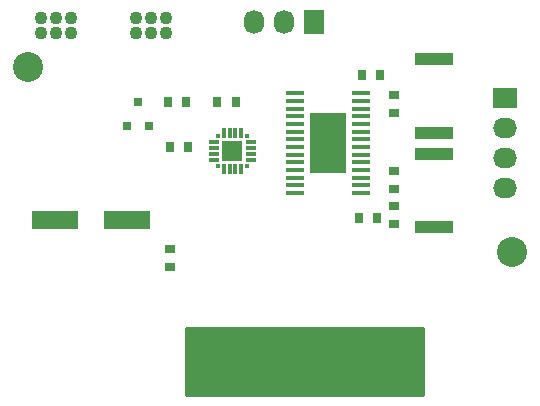
<source format=gbr>
G04 #@! TF.FileFunction,Soldermask,Bot*
%FSLAX46Y46*%
G04 Gerber Fmt 4.6, Leading zero omitted, Abs format (unit mm)*
G04 Created by KiCad (PCBNEW 4.0.6-e0-6349~53~ubuntu14.04.1) date Mon Mar 27 23:20:43 2017*
%MOMM*%
%LPD*%
G01*
G04 APERTURE LIST*
%ADD10C,0.100000*%
%ADD11R,1.550000X0.350000*%
%ADD12R,3.100000X5.180000*%
%ADD13C,0.600000*%
%ADD14C,0.650240*%
%ADD15R,0.650240X4.599940*%
%ADD16R,0.650240X3.599180*%
%ADD17R,2.032000X1.727200*%
%ADD18O,2.032000X1.727200*%
%ADD19R,0.350000X0.350000*%
%ADD20R,0.900000X0.300000*%
%ADD21R,0.300000X0.900000*%
%ADD22R,1.800000X1.800000*%
%ADD23R,4.000500X1.600200*%
%ADD24C,1.100000*%
%ADD25R,0.800100X0.800100*%
%ADD26R,0.787000X0.864000*%
%ADD27R,1.727200X2.032000*%
%ADD28O,1.727200X2.032000*%
%ADD29R,0.864000X0.787000*%
%ADD30R,3.200000X1.000000*%
%ADD31C,2.540000*%
%ADD32C,0.254000*%
G04 APERTURE END LIST*
D10*
D11*
X154800000Y-77775000D03*
X154800000Y-78425000D03*
X154800000Y-79075000D03*
X154800000Y-79725000D03*
X154800000Y-80375000D03*
X154800000Y-81025000D03*
X154800000Y-81675000D03*
X154800000Y-82325000D03*
X154800000Y-82975000D03*
X154800000Y-83625000D03*
X154800000Y-84275000D03*
X154800000Y-84925000D03*
X154800000Y-85575000D03*
X154800000Y-86225000D03*
X149200000Y-86225000D03*
X149200000Y-85575000D03*
X149200000Y-84925000D03*
X149200000Y-84275000D03*
X149200000Y-83625000D03*
X149200000Y-82975000D03*
X149200000Y-82325000D03*
X149200000Y-81675000D03*
X149200000Y-81025000D03*
X149200000Y-80375000D03*
X149200000Y-79725000D03*
X149200000Y-79075000D03*
X149200000Y-78425000D03*
X149200000Y-77775000D03*
D12*
X152000000Y-82000000D03*
D13*
X152000000Y-83000000D03*
X152000000Y-81000000D03*
X153000000Y-84000000D03*
X151000000Y-84000000D03*
X153000000Y-82000000D03*
X151000000Y-82000000D03*
X153000000Y-80000000D03*
X151000000Y-80000000D03*
D14*
X140500400Y-102301240D03*
D15*
X159499600Y-100000000D03*
X158498840Y-100000000D03*
X157500620Y-100000000D03*
X156499860Y-100000000D03*
X155499100Y-100000000D03*
X154500880Y-100000000D03*
X153500120Y-100000000D03*
X152499360Y-100000000D03*
X151501140Y-100000000D03*
X150500380Y-100000000D03*
X149499620Y-100000000D03*
X144500900Y-100000000D03*
X143500140Y-100000000D03*
X142499380Y-100000000D03*
D16*
X141501160Y-99499620D03*
D15*
X140500400Y-100000000D03*
X146499880Y-100000000D03*
X145499120Y-100000000D03*
D14*
X157500620Y-102301240D03*
X156499860Y-102301240D03*
X155499100Y-102301240D03*
X154500880Y-102301240D03*
X153500120Y-102301240D03*
X152499360Y-102301240D03*
X151501140Y-102301240D03*
X150500380Y-102301240D03*
X149499620Y-102301240D03*
X159499600Y-102301240D03*
X146499880Y-102301240D03*
X145499120Y-102301240D03*
X144500900Y-102301240D03*
X143500140Y-102301240D03*
X142499380Y-102301240D03*
X158498840Y-102301240D03*
D17*
X167000000Y-78190000D03*
D18*
X167000000Y-80730000D03*
X167000000Y-83270000D03*
X167000000Y-85810000D03*
D19*
X142675000Y-83900000D03*
D20*
X142375000Y-83400000D03*
X142375000Y-82900000D03*
X142375000Y-82400000D03*
X142375000Y-81900000D03*
D19*
X142675000Y-81400000D03*
D21*
X143175000Y-81100000D03*
X143675000Y-81100000D03*
X144175000Y-81100000D03*
X144675000Y-81100000D03*
D19*
X145175000Y-81400000D03*
D20*
X145475000Y-81900000D03*
X145475000Y-82400000D03*
X145475000Y-82900000D03*
X145475000Y-83400000D03*
D19*
X145175000Y-83900000D03*
D21*
X144675000Y-84200000D03*
X144175000Y-84200000D03*
X143675000Y-84200000D03*
X143175000Y-84200000D03*
D22*
X143925000Y-82650000D03*
D13*
X143425000Y-83150000D03*
X144425000Y-82150000D03*
D23*
X134975540Y-88500000D03*
X128874460Y-88500000D03*
D24*
X138270000Y-72635000D03*
X138270000Y-71365000D03*
X137000000Y-72635000D03*
X137000000Y-71365000D03*
X135730000Y-72635000D03*
X135730000Y-71365000D03*
X130270000Y-72635000D03*
X130270000Y-71365000D03*
X129000000Y-72635000D03*
X129000000Y-71365000D03*
X127730000Y-72635000D03*
X127730000Y-71365000D03*
D25*
X136875000Y-80500760D03*
X134975000Y-80500760D03*
X135925000Y-78501780D03*
D26*
X144199500Y-78500000D03*
X142650500Y-78500000D03*
X139999500Y-78500000D03*
X138450500Y-78500000D03*
D27*
X150865000Y-71700000D03*
D28*
X148325000Y-71700000D03*
X145785000Y-71700000D03*
D29*
X157625000Y-79449500D03*
X157625000Y-77900500D03*
X157625000Y-84325500D03*
X157625000Y-85874500D03*
X157625000Y-88874500D03*
X157625000Y-87325500D03*
D26*
X156399500Y-76200000D03*
X154850500Y-76200000D03*
X156199500Y-88300000D03*
X154650500Y-88300000D03*
D30*
X161000000Y-82900000D03*
X161000000Y-89100000D03*
X161000000Y-81100000D03*
X161000000Y-74900000D03*
D29*
X138625000Y-92474500D03*
X138625000Y-90925500D03*
D26*
X140199500Y-82300000D03*
X138650500Y-82300000D03*
D31*
X126600000Y-75500000D03*
X167600000Y-91200000D03*
D32*
G36*
X160023000Y-103298000D02*
X139977000Y-103298000D01*
X139977000Y-97602000D01*
X160023000Y-97602000D01*
X160023000Y-103298000D01*
X160023000Y-103298000D01*
G37*
X160023000Y-103298000D02*
X139977000Y-103298000D01*
X139977000Y-97602000D01*
X160023000Y-97602000D01*
X160023000Y-103298000D01*
M02*

</source>
